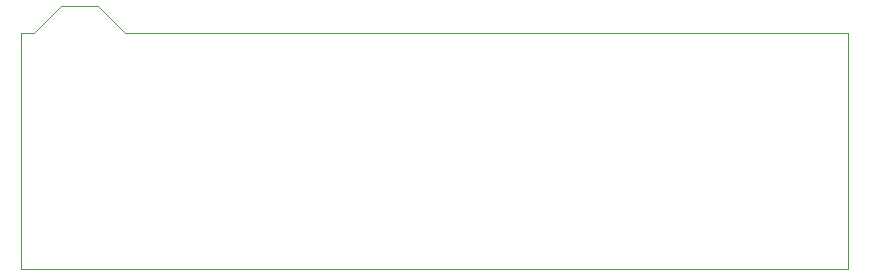
<source format=gbr>
%TF.GenerationSoftware,KiCad,Pcbnew,(5.1.10)-1*%
%TF.CreationDate,2021-08-10T10:59:40+01:00*%
%TF.ProjectId,t9120mezz,74393132-306d-4657-9a7a-2e6b69636164,rev?*%
%TF.SameCoordinates,Original*%
%TF.FileFunction,Profile,NP*%
%FSLAX46Y46*%
G04 Gerber Fmt 4.6, Leading zero omitted, Abs format (unit mm)*
G04 Created by KiCad (PCBNEW (5.1.10)-1) date 2021-08-10 10:59:40*
%MOMM*%
%LPD*%
G01*
G04 APERTURE LIST*
%TA.AperFunction,Profile*%
%ADD10C,0.050000*%
%TD*%
G04 APERTURE END LIST*
D10*
X69500000Y-94050000D02*
X72700000Y-94050000D01*
X67250000Y-96300000D02*
X69500000Y-94050000D01*
X74950000Y-96300000D02*
X72700000Y-94050000D01*
X74950000Y-96300000D02*
X136150000Y-96300000D01*
X67250000Y-96300000D02*
X66150000Y-96300000D01*
X66150000Y-116300000D02*
X66150000Y-96300000D01*
X136150000Y-116300000D02*
X66150000Y-116300000D01*
X136150000Y-96300000D02*
X136150000Y-116300000D01*
M02*

</source>
